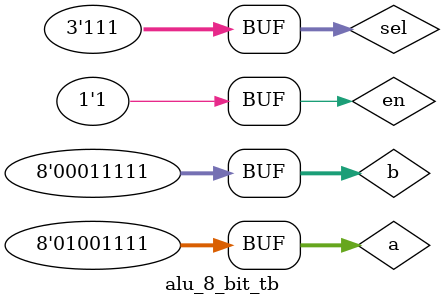
<source format=v>
module alu_8_bit_en(y, en, sel, a, b);
    output reg [7:0] y;
    input en;
    input [2:0] sel;
    input [7:0] a, b;

    always @(en, sel, a, b) begin
        if (en == 1)
            case(sel)
                3'b000  :   y = 8'b00000000;
                3'b001  :   y = a & b;
                3'b010  :   y = a | b;
                3'b011  :   y = a + b;
                3'b100  :   y = a - b;
                3'b101  :   y = a ^ b;
                3'b110  :   y = ~a;
                3'b111  :   y = 8'b11111111;

            endcase
        else
            y = 8'bzzzzzzzz;
    end
endmodule

module alu_8_bit_tb;
    reg [7:0] a, b;
    reg en;
    reg [2:0] sel;
    wire [7:0] y;
    
    //Instantiate UUT
    alu_8_bit_en UUT(y, en, sel, a, b);

    //stimulus block
    initial
        begin
            a = 8'b01001111;
            b = 8'b00011111;
            en = 1'b0;
            sel = 3'b000;
            repeat (8) #100 sel = sel + 1'b1;

            en = 1'b1;
            sel = 3'b000;
            repeat (7) #100 sel = sel + 1'b1; 
        end
    initial $monitor("a = %b, b = %b, en = %b, sel = %b, y = %b", a, b, en, sel, y);
endmodule
</source>
